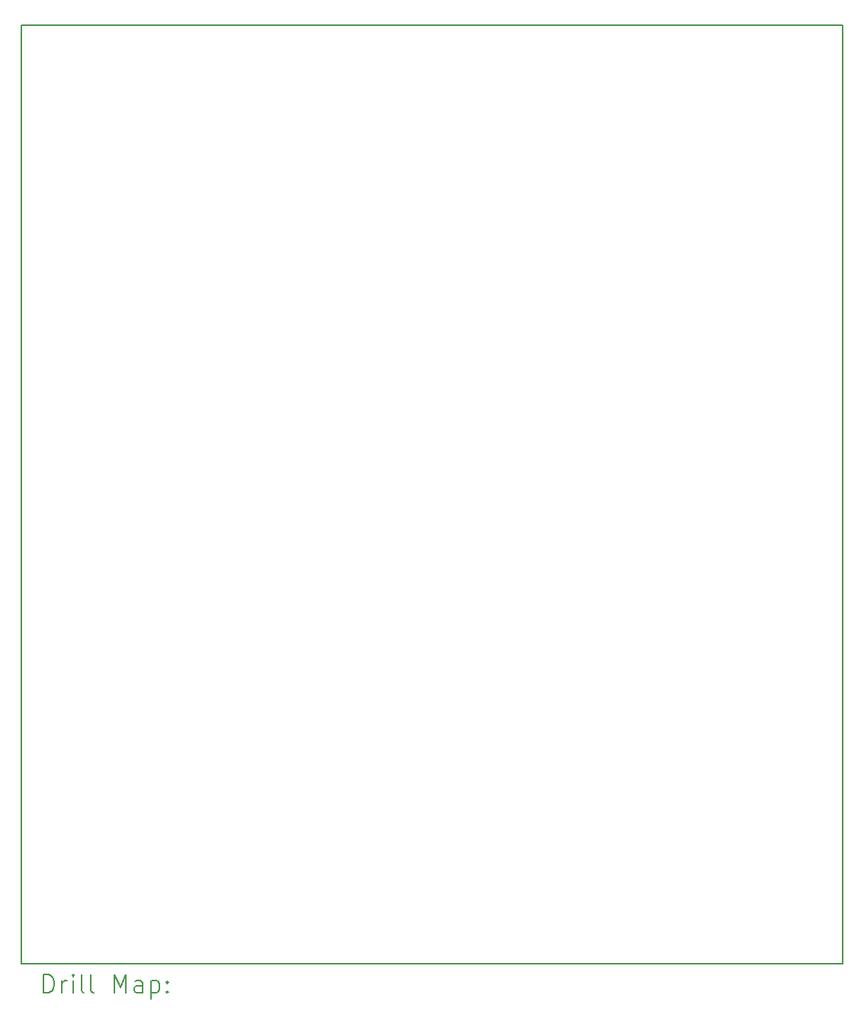
<source format=gbr>
%FSLAX45Y45*%
G04 Gerber Fmt 4.5, Leading zero omitted, Abs format (unit mm)*
G04 Created by KiCad (PCBNEW (6.0.0)) date 2022-02-23 18:41:03*
%MOMM*%
%LPD*%
G01*
G04 APERTURE LIST*
%TA.AperFunction,Profile*%
%ADD10C,0.200000*%
%TD*%
%ADD11C,0.200000*%
G04 APERTURE END LIST*
D10*
X16675600Y-6922000D02*
X16675600Y-17336000D01*
X7557000Y-17336000D02*
X7557000Y-6922000D01*
X7557000Y-6922000D02*
X16675600Y-6922000D01*
X16675600Y-17336000D02*
X7557000Y-17336000D01*
D11*
X7804619Y-17656476D02*
X7804619Y-17456476D01*
X7852238Y-17456476D01*
X7880809Y-17466000D01*
X7899857Y-17485048D01*
X7909381Y-17504095D01*
X7918905Y-17542190D01*
X7918905Y-17570762D01*
X7909381Y-17608857D01*
X7899857Y-17627905D01*
X7880809Y-17646952D01*
X7852238Y-17656476D01*
X7804619Y-17656476D01*
X8004619Y-17656476D02*
X8004619Y-17523143D01*
X8004619Y-17561238D02*
X8014143Y-17542190D01*
X8023667Y-17532667D01*
X8042714Y-17523143D01*
X8061762Y-17523143D01*
X8128428Y-17656476D02*
X8128428Y-17523143D01*
X8128428Y-17456476D02*
X8118905Y-17466000D01*
X8128428Y-17475524D01*
X8137952Y-17466000D01*
X8128428Y-17456476D01*
X8128428Y-17475524D01*
X8252238Y-17656476D02*
X8233190Y-17646952D01*
X8223667Y-17627905D01*
X8223667Y-17456476D01*
X8357000Y-17656476D02*
X8337952Y-17646952D01*
X8328428Y-17627905D01*
X8328428Y-17456476D01*
X8585571Y-17656476D02*
X8585571Y-17456476D01*
X8652238Y-17599333D01*
X8718905Y-17456476D01*
X8718905Y-17656476D01*
X8899857Y-17656476D02*
X8899857Y-17551714D01*
X8890333Y-17532667D01*
X8871286Y-17523143D01*
X8833190Y-17523143D01*
X8814143Y-17532667D01*
X8899857Y-17646952D02*
X8880810Y-17656476D01*
X8833190Y-17656476D01*
X8814143Y-17646952D01*
X8804619Y-17627905D01*
X8804619Y-17608857D01*
X8814143Y-17589810D01*
X8833190Y-17580286D01*
X8880810Y-17580286D01*
X8899857Y-17570762D01*
X8995095Y-17523143D02*
X8995095Y-17723143D01*
X8995095Y-17532667D02*
X9014143Y-17523143D01*
X9052238Y-17523143D01*
X9071286Y-17532667D01*
X9080810Y-17542190D01*
X9090333Y-17561238D01*
X9090333Y-17618381D01*
X9080810Y-17637429D01*
X9071286Y-17646952D01*
X9052238Y-17656476D01*
X9014143Y-17656476D01*
X8995095Y-17646952D01*
X9176048Y-17637429D02*
X9185571Y-17646952D01*
X9176048Y-17656476D01*
X9166524Y-17646952D01*
X9176048Y-17637429D01*
X9176048Y-17656476D01*
X9176048Y-17532667D02*
X9185571Y-17542190D01*
X9176048Y-17551714D01*
X9166524Y-17542190D01*
X9176048Y-17532667D01*
X9176048Y-17551714D01*
M02*

</source>
